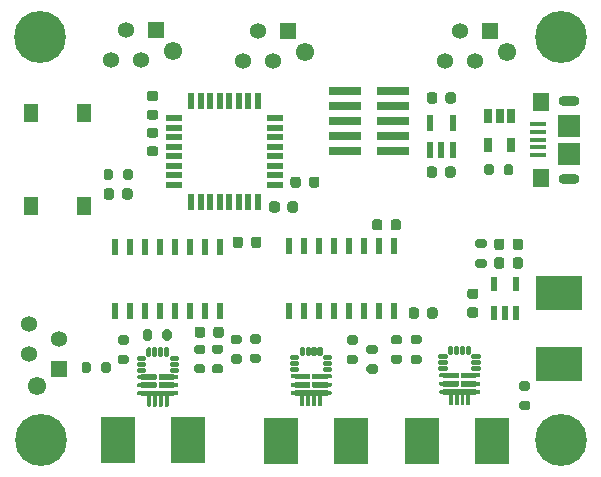
<source format=gts>
G04 #@! TF.GenerationSoftware,KiCad,Pcbnew,5.99.0+really5.1.10+dfsg1-1*
G04 #@! TF.CreationDate,2021-12-28T19:21:21+02:00*
G04 #@! TF.ProjectId,components_main_board,636f6d70-6f6e-4656-9e74-735f6d61696e,V0.1*
G04 #@! TF.SameCoordinates,Original*
G04 #@! TF.FileFunction,Soldermask,Top*
G04 #@! TF.FilePolarity,Negative*
%FSLAX46Y46*%
G04 Gerber Fmt 4.6, Leading zero omitted, Abs format (unit mm)*
G04 Created by KiCad (PCBNEW 5.99.0+really5.1.10+dfsg1-1) date 2021-12-28 19:21:21*
%MOMM*%
%LPD*%
G01*
G04 APERTURE LIST*
%ADD10C,0.100000*%
%ADD11O,1.800000X0.900000*%
%ADD12R,1.900000X1.900000*%
%ADD13R,1.400000X1.600000*%
%ADD14R,1.350000X0.400000*%
%ADD15R,0.533400X1.461700*%
%ADD16R,1.358900X0.500800*%
%ADD17R,0.500800X1.358900*%
%ADD18C,4.400000*%
%ADD19R,0.700001X1.150000*%
%ADD20R,2.790000X0.740000*%
%ADD21C,1.550000*%
%ADD22C,1.358000*%
%ADD23R,1.358000X1.358000*%
%ADD24R,3.000000X4.000000*%
%ADD25R,4.000000X3.000000*%
%ADD26R,0.580000X1.420000*%
%ADD27R,0.600000X1.250000*%
%ADD28R,1.300000X1.550000*%
G04 APERTURE END LIST*
D10*
G36*
X216732900Y-119803799D02*
G01*
X216632900Y-119703800D01*
X216632900Y-119553800D01*
X216732900Y-119453800D01*
X217232899Y-119453800D01*
X217332899Y-119553800D01*
X217332899Y-119703800D01*
X217232899Y-119803799D01*
X216732900Y-119803799D01*
G37*
X216732900Y-119803799D02*
X216632900Y-119703800D01*
X216632900Y-119553800D01*
X216732900Y-119453800D01*
X217232899Y-119453800D01*
X217332899Y-119553800D01*
X217332899Y-119703800D01*
X217232899Y-119803799D01*
X216732900Y-119803799D01*
G36*
X217232899Y-119953799D02*
G01*
X217332899Y-120053799D01*
X217332899Y-120203799D01*
X217232899Y-120303798D01*
X216732900Y-120303798D01*
X216632900Y-120203799D01*
X216632900Y-120053799D01*
X216732900Y-119953799D01*
X217232899Y-119953799D01*
G37*
X217232899Y-119953799D02*
X217332899Y-120053799D01*
X217332899Y-120203799D01*
X217232899Y-120303798D01*
X216732900Y-120303798D01*
X216632900Y-120203799D01*
X216632900Y-120053799D01*
X216732900Y-119953799D01*
X217232899Y-119953799D01*
G36*
X216732900Y-120453798D02*
G01*
X217232899Y-120453798D01*
X217332899Y-120553798D01*
X217332899Y-120703800D01*
X217232899Y-120803800D01*
X216732900Y-120803800D01*
X216632900Y-120703800D01*
X216632900Y-120553798D01*
X216732900Y-120453798D01*
G37*
X216732900Y-120453798D02*
X217232899Y-120453798D01*
X217332899Y-120553798D01*
X217332899Y-120703800D01*
X217232899Y-120803800D01*
X216732900Y-120803800D01*
X216632900Y-120703800D01*
X216632900Y-120553798D01*
X216732900Y-120453798D01*
G36*
X214532900Y-119553800D02*
G01*
X214532900Y-119703800D01*
X214432900Y-119803799D01*
X213932901Y-119803799D01*
X213832901Y-119703800D01*
X213832901Y-119553800D01*
X213932901Y-119453800D01*
X214432900Y-119453800D01*
X214532900Y-119553800D01*
G37*
X214532900Y-119553800D02*
X214532900Y-119703800D01*
X214432900Y-119803799D01*
X213932901Y-119803799D01*
X213832901Y-119703800D01*
X213832901Y-119553800D01*
X213932901Y-119453800D01*
X214432900Y-119453800D01*
X214532900Y-119553800D01*
G36*
X213832901Y-120053799D02*
G01*
X213932901Y-119953799D01*
X214432900Y-119953799D01*
X214532900Y-120053799D01*
X214532900Y-120203799D01*
X214432900Y-120303798D01*
X213932901Y-120303798D01*
X213832901Y-120203799D01*
X213832901Y-120053799D01*
G37*
X213832901Y-120053799D02*
X213932901Y-119953799D01*
X214432900Y-119953799D01*
X214532900Y-120053799D01*
X214532900Y-120203799D01*
X214432900Y-120303798D01*
X213932901Y-120303798D01*
X213832901Y-120203799D01*
X213832901Y-120053799D01*
G36*
X213932901Y-120453798D02*
G01*
X214432900Y-120453798D01*
X214532900Y-120553798D01*
X214532900Y-120703800D01*
X214432900Y-120803800D01*
X213932901Y-120803800D01*
X213832901Y-120703800D01*
X213832901Y-120553798D01*
X213932901Y-120453798D01*
G37*
X213932901Y-120453798D02*
X214432900Y-120453798D01*
X214532900Y-120553798D01*
X214532900Y-120703800D01*
X214432900Y-120803800D01*
X213932901Y-120803800D01*
X213832901Y-120703800D01*
X213832901Y-120553798D01*
X213932901Y-120453798D01*
G36*
X215007900Y-118853799D02*
G01*
X215007900Y-119353800D01*
X214907900Y-119453800D01*
X214757900Y-119453800D01*
X214657901Y-119353800D01*
X214657901Y-118853799D01*
X214757900Y-118753799D01*
X214907900Y-118753799D01*
X215007900Y-118853799D01*
G37*
X215007900Y-118853799D02*
X215007900Y-119353800D01*
X214907900Y-119453800D01*
X214757900Y-119453800D01*
X214657901Y-119353800D01*
X214657901Y-118853799D01*
X214757900Y-118753799D01*
X214907900Y-118753799D01*
X215007900Y-118853799D01*
G36*
X215157900Y-119353800D02*
G01*
X215157900Y-118853799D01*
X215257899Y-118753799D01*
X215407899Y-118753799D01*
X215507899Y-118853799D01*
X215507899Y-119353800D01*
X215407899Y-119453800D01*
X215257899Y-119453800D01*
X215157900Y-119353800D01*
G37*
X215157900Y-119353800D02*
X215157900Y-118853799D01*
X215257899Y-118753799D01*
X215407899Y-118753799D01*
X215507899Y-118853799D01*
X215507899Y-119353800D01*
X215407899Y-119453800D01*
X215257899Y-119453800D01*
X215157900Y-119353800D01*
G36*
X216007900Y-119353800D02*
G01*
X215907901Y-119453800D01*
X215757901Y-119453800D01*
X215657901Y-119353800D01*
X215657901Y-118853799D01*
X215757901Y-118753799D01*
X215907901Y-118753799D01*
X216007900Y-118853799D01*
X216007900Y-119353800D01*
G37*
X216007900Y-119353800D02*
X215907901Y-119453800D01*
X215757901Y-119453800D01*
X215657901Y-119353800D01*
X215657901Y-118853799D01*
X215757901Y-118753799D01*
X215907901Y-118753799D01*
X216007900Y-118853799D01*
X216007900Y-119353800D01*
G36*
X216157900Y-119353800D02*
G01*
X216157900Y-118853799D01*
X216257900Y-118753799D01*
X216407900Y-118753799D01*
X216507899Y-118853799D01*
X216507899Y-119353800D01*
X216407900Y-119453800D01*
X216257900Y-119453800D01*
X216157900Y-119353800D01*
G37*
X216157900Y-119353800D02*
X216157900Y-118853799D01*
X216257900Y-118753799D01*
X216407900Y-118753799D01*
X216507899Y-118853799D01*
X216507899Y-119353800D01*
X216407900Y-119453800D01*
X216257900Y-119453800D01*
X216157900Y-119353800D01*
G36*
X213882901Y-122678800D02*
G01*
X213882901Y-122528800D01*
X213932901Y-122478798D01*
X214232900Y-122478798D01*
X214232900Y-122403799D01*
X216932900Y-122403799D01*
X216932900Y-122478798D01*
X217232899Y-122478800D01*
X217282899Y-122528800D01*
X217282899Y-122678800D01*
X217232899Y-122728800D01*
X216932900Y-122728800D01*
X216932900Y-122803798D01*
X216457900Y-122803798D01*
X216457900Y-123653799D01*
X216407900Y-123703799D01*
X216257900Y-123703799D01*
X216207900Y-123653799D01*
X216207900Y-122803798D01*
X215957901Y-122803798D01*
X215957901Y-123653799D01*
X215907901Y-123703799D01*
X215757901Y-123703799D01*
X215707901Y-123653799D01*
X215707901Y-122803798D01*
X215457899Y-122803798D01*
X215457899Y-123653799D01*
X215407899Y-123703799D01*
X215257899Y-123703799D01*
X215207899Y-123653799D01*
X215207899Y-122803798D01*
X214957900Y-122803798D01*
X214957900Y-123653799D01*
X214907900Y-123703799D01*
X214757900Y-123703799D01*
X214707900Y-123653799D01*
X214707900Y-122803798D01*
X214232900Y-122803798D01*
X214232900Y-122728800D01*
X213932901Y-122728800D01*
X213882901Y-122678800D01*
G37*
X213882901Y-122678800D02*
X213882901Y-122528800D01*
X213932901Y-122478798D01*
X214232900Y-122478798D01*
X214232900Y-122403799D01*
X216932900Y-122403799D01*
X216932900Y-122478798D01*
X217232899Y-122478800D01*
X217282899Y-122528800D01*
X217282899Y-122678800D01*
X217232899Y-122728800D01*
X216932900Y-122728800D01*
X216932900Y-122803798D01*
X216457900Y-122803798D01*
X216457900Y-123653799D01*
X216407900Y-123703799D01*
X216257900Y-123703799D01*
X216207900Y-123653799D01*
X216207900Y-122803798D01*
X215957901Y-122803798D01*
X215957901Y-123653799D01*
X215907901Y-123703799D01*
X215757901Y-123703799D01*
X215707901Y-123653799D01*
X215707901Y-122803798D01*
X215457899Y-122803798D01*
X215457899Y-123653799D01*
X215407899Y-123703799D01*
X215257899Y-123703799D01*
X215207899Y-123653799D01*
X215207899Y-122803798D01*
X214957900Y-122803798D01*
X214957900Y-123653799D01*
X214907900Y-123703799D01*
X214757900Y-123703799D01*
X214707900Y-123653799D01*
X214707900Y-122803798D01*
X214232900Y-122803798D01*
X214232900Y-122728800D01*
X213932901Y-122728800D01*
X213882901Y-122678800D01*
G36*
X217282899Y-121828784D02*
G01*
X217282899Y-121978784D01*
X217232899Y-122028781D01*
X216932900Y-122028783D01*
X216932900Y-122103782D01*
X215757901Y-122103782D01*
X215707898Y-122053782D01*
X215707901Y-121753783D01*
X215757898Y-121703783D01*
X216932900Y-121703783D01*
X216932900Y-121778784D01*
X217232899Y-121778784D01*
X217282899Y-121828784D01*
G37*
X217282899Y-121828784D02*
X217282899Y-121978784D01*
X217232899Y-122028781D01*
X216932900Y-122028783D01*
X216932900Y-122103782D01*
X215757901Y-122103782D01*
X215707898Y-122053782D01*
X215707901Y-121753783D01*
X215757898Y-121703783D01*
X216932900Y-121703783D01*
X216932900Y-121778784D01*
X217232899Y-121778784D01*
X217282899Y-121828784D01*
G36*
X213882924Y-121978814D02*
G01*
X213882924Y-121828814D01*
X213932924Y-121778817D01*
X214232923Y-121778814D01*
X214232923Y-121703816D01*
X215407922Y-121703816D01*
X215457924Y-121753816D01*
X215457922Y-122053815D01*
X215407924Y-122103815D01*
X214232923Y-122103815D01*
X214232923Y-122028814D01*
X213932924Y-122028814D01*
X213882924Y-121978814D01*
G37*
X213882924Y-121978814D02*
X213882924Y-121828814D01*
X213932924Y-121778817D01*
X214232923Y-121778814D01*
X214232923Y-121703816D01*
X215407922Y-121703816D01*
X215457924Y-121753816D01*
X215457922Y-122053815D01*
X215407924Y-122103815D01*
X214232923Y-122103815D01*
X214232923Y-122028814D01*
X213932924Y-122028814D01*
X213882924Y-121978814D01*
G36*
X217282899Y-121278767D02*
G01*
X217232899Y-121328767D01*
X216932900Y-121328767D01*
X216932900Y-121403768D01*
X215757901Y-121403766D01*
X215707898Y-121353766D01*
X215707901Y-121053766D01*
X215757898Y-121003766D01*
X216932900Y-121003766D01*
X216932900Y-121078768D01*
X217232899Y-121078768D01*
X217282899Y-121128770D01*
X217282899Y-121278767D01*
G37*
X217282899Y-121278767D02*
X217232899Y-121328767D01*
X216932900Y-121328767D01*
X216932900Y-121403768D01*
X215757901Y-121403766D01*
X215707898Y-121353766D01*
X215707901Y-121053766D01*
X215757898Y-121003766D01*
X216932900Y-121003766D01*
X216932900Y-121078768D01*
X217232899Y-121078768D01*
X217282899Y-121128770D01*
X217282899Y-121278767D01*
G36*
X213882901Y-121128798D02*
G01*
X213932901Y-121078801D01*
X214232900Y-121078798D01*
X214232900Y-121003799D01*
X215407899Y-121003799D01*
X215457902Y-121053799D01*
X215457899Y-121353799D01*
X215407902Y-121403799D01*
X214232900Y-121403799D01*
X214232900Y-121328800D01*
X213932901Y-121328798D01*
X213882901Y-121278798D01*
X213882901Y-121128798D01*
G37*
X213882901Y-121128798D02*
X213932901Y-121078801D01*
X214232900Y-121078798D01*
X214232900Y-121003799D01*
X215407899Y-121003799D01*
X215457902Y-121053799D01*
X215457899Y-121353799D01*
X215407902Y-121403799D01*
X214232900Y-121403799D01*
X214232900Y-121328800D01*
X213932901Y-121328798D01*
X213882901Y-121278798D01*
X213882901Y-121128798D01*
G36*
X200901601Y-121172600D02*
G01*
X200951601Y-121122603D01*
X201251600Y-121122600D01*
X201251600Y-121047601D01*
X202426599Y-121047601D01*
X202476602Y-121097601D01*
X202476599Y-121397601D01*
X202426602Y-121447601D01*
X201251600Y-121447601D01*
X201251600Y-121372602D01*
X200951601Y-121372600D01*
X200901601Y-121322600D01*
X200901601Y-121172600D01*
G37*
X200901601Y-121172600D02*
X200951601Y-121122603D01*
X201251600Y-121122600D01*
X201251600Y-121047601D01*
X202426599Y-121047601D01*
X202476602Y-121097601D01*
X202476599Y-121397601D01*
X202426602Y-121447601D01*
X201251600Y-121447601D01*
X201251600Y-121372602D01*
X200951601Y-121372600D01*
X200901601Y-121322600D01*
X200901601Y-121172600D01*
G36*
X204301599Y-121322569D02*
G01*
X204251599Y-121372569D01*
X203951600Y-121372569D01*
X203951600Y-121447570D01*
X202776601Y-121447568D01*
X202726598Y-121397568D01*
X202726601Y-121097568D01*
X202776598Y-121047568D01*
X203951600Y-121047568D01*
X203951600Y-121122570D01*
X204251599Y-121122570D01*
X204301599Y-121172572D01*
X204301599Y-121322569D01*
G37*
X204301599Y-121322569D02*
X204251599Y-121372569D01*
X203951600Y-121372569D01*
X203951600Y-121447570D01*
X202776601Y-121447568D01*
X202726598Y-121397568D01*
X202726601Y-121097568D01*
X202776598Y-121047568D01*
X203951600Y-121047568D01*
X203951600Y-121122570D01*
X204251599Y-121122570D01*
X204301599Y-121172572D01*
X204301599Y-121322569D01*
G36*
X200901624Y-122022616D02*
G01*
X200901624Y-121872616D01*
X200951624Y-121822619D01*
X201251623Y-121822616D01*
X201251623Y-121747618D01*
X202426622Y-121747618D01*
X202476624Y-121797618D01*
X202476622Y-122097617D01*
X202426624Y-122147617D01*
X201251623Y-122147617D01*
X201251623Y-122072616D01*
X200951624Y-122072616D01*
X200901624Y-122022616D01*
G37*
X200901624Y-122022616D02*
X200901624Y-121872616D01*
X200951624Y-121822619D01*
X201251623Y-121822616D01*
X201251623Y-121747618D01*
X202426622Y-121747618D01*
X202476624Y-121797618D01*
X202476622Y-122097617D01*
X202426624Y-122147617D01*
X201251623Y-122147617D01*
X201251623Y-122072616D01*
X200951624Y-122072616D01*
X200901624Y-122022616D01*
G36*
X204301599Y-121872586D02*
G01*
X204301599Y-122022586D01*
X204251599Y-122072583D01*
X203951600Y-122072585D01*
X203951600Y-122147584D01*
X202776601Y-122147584D01*
X202726598Y-122097584D01*
X202726601Y-121797585D01*
X202776598Y-121747585D01*
X203951600Y-121747585D01*
X203951600Y-121822586D01*
X204251599Y-121822586D01*
X204301599Y-121872586D01*
G37*
X204301599Y-121872586D02*
X204301599Y-122022586D01*
X204251599Y-122072583D01*
X203951600Y-122072585D01*
X203951600Y-122147584D01*
X202776601Y-122147584D01*
X202726598Y-122097584D01*
X202726601Y-121797585D01*
X202776598Y-121747585D01*
X203951600Y-121747585D01*
X203951600Y-121822586D01*
X204251599Y-121822586D01*
X204301599Y-121872586D01*
G36*
X200901601Y-122722602D02*
G01*
X200901601Y-122572602D01*
X200951601Y-122522600D01*
X201251600Y-122522600D01*
X201251600Y-122447601D01*
X203951600Y-122447601D01*
X203951600Y-122522600D01*
X204251599Y-122522602D01*
X204301599Y-122572602D01*
X204301599Y-122722602D01*
X204251599Y-122772602D01*
X203951600Y-122772602D01*
X203951600Y-122847600D01*
X203476600Y-122847600D01*
X203476600Y-123697601D01*
X203426600Y-123747601D01*
X203276600Y-123747601D01*
X203226600Y-123697601D01*
X203226600Y-122847600D01*
X202976601Y-122847600D01*
X202976601Y-123697601D01*
X202926601Y-123747601D01*
X202776601Y-123747601D01*
X202726601Y-123697601D01*
X202726601Y-122847600D01*
X202476599Y-122847600D01*
X202476599Y-123697601D01*
X202426599Y-123747601D01*
X202276599Y-123747601D01*
X202226599Y-123697601D01*
X202226599Y-122847600D01*
X201976600Y-122847600D01*
X201976600Y-123697601D01*
X201926600Y-123747601D01*
X201776600Y-123747601D01*
X201726600Y-123697601D01*
X201726600Y-122847600D01*
X201251600Y-122847600D01*
X201251600Y-122772602D01*
X200951601Y-122772602D01*
X200901601Y-122722602D01*
G37*
X200901601Y-122722602D02*
X200901601Y-122572602D01*
X200951601Y-122522600D01*
X201251600Y-122522600D01*
X201251600Y-122447601D01*
X203951600Y-122447601D01*
X203951600Y-122522600D01*
X204251599Y-122522602D01*
X204301599Y-122572602D01*
X204301599Y-122722602D01*
X204251599Y-122772602D01*
X203951600Y-122772602D01*
X203951600Y-122847600D01*
X203476600Y-122847600D01*
X203476600Y-123697601D01*
X203426600Y-123747601D01*
X203276600Y-123747601D01*
X203226600Y-123697601D01*
X203226600Y-122847600D01*
X202976601Y-122847600D01*
X202976601Y-123697601D01*
X202926601Y-123747601D01*
X202776601Y-123747601D01*
X202726601Y-123697601D01*
X202726601Y-122847600D01*
X202476599Y-122847600D01*
X202476599Y-123697601D01*
X202426599Y-123747601D01*
X202276599Y-123747601D01*
X202226599Y-123697601D01*
X202226599Y-122847600D01*
X201976600Y-122847600D01*
X201976600Y-123697601D01*
X201926600Y-123747601D01*
X201776600Y-123747601D01*
X201726600Y-123697601D01*
X201726600Y-122847600D01*
X201251600Y-122847600D01*
X201251600Y-122772602D01*
X200951601Y-122772602D01*
X200901601Y-122722602D01*
G36*
X203176600Y-119397602D02*
G01*
X203176600Y-118897601D01*
X203276600Y-118797601D01*
X203426600Y-118797601D01*
X203526599Y-118897601D01*
X203526599Y-119397602D01*
X203426600Y-119497602D01*
X203276600Y-119497602D01*
X203176600Y-119397602D01*
G37*
X203176600Y-119397602D02*
X203176600Y-118897601D01*
X203276600Y-118797601D01*
X203426600Y-118797601D01*
X203526599Y-118897601D01*
X203526599Y-119397602D01*
X203426600Y-119497602D01*
X203276600Y-119497602D01*
X203176600Y-119397602D01*
G36*
X203026600Y-119397602D02*
G01*
X202926601Y-119497602D01*
X202776601Y-119497602D01*
X202676601Y-119397602D01*
X202676601Y-118897601D01*
X202776601Y-118797601D01*
X202926601Y-118797601D01*
X203026600Y-118897601D01*
X203026600Y-119397602D01*
G37*
X203026600Y-119397602D02*
X202926601Y-119497602D01*
X202776601Y-119497602D01*
X202676601Y-119397602D01*
X202676601Y-118897601D01*
X202776601Y-118797601D01*
X202926601Y-118797601D01*
X203026600Y-118897601D01*
X203026600Y-119397602D01*
G36*
X202176600Y-119397602D02*
G01*
X202176600Y-118897601D01*
X202276599Y-118797601D01*
X202426599Y-118797601D01*
X202526599Y-118897601D01*
X202526599Y-119397602D01*
X202426599Y-119497602D01*
X202276599Y-119497602D01*
X202176600Y-119397602D01*
G37*
X202176600Y-119397602D02*
X202176600Y-118897601D01*
X202276599Y-118797601D01*
X202426599Y-118797601D01*
X202526599Y-118897601D01*
X202526599Y-119397602D01*
X202426599Y-119497602D01*
X202276599Y-119497602D01*
X202176600Y-119397602D01*
G36*
X202026600Y-118897601D02*
G01*
X202026600Y-119397602D01*
X201926600Y-119497602D01*
X201776600Y-119497602D01*
X201676601Y-119397602D01*
X201676601Y-118897601D01*
X201776600Y-118797601D01*
X201926600Y-118797601D01*
X202026600Y-118897601D01*
G37*
X202026600Y-118897601D02*
X202026600Y-119397602D01*
X201926600Y-119497602D01*
X201776600Y-119497602D01*
X201676601Y-119397602D01*
X201676601Y-118897601D01*
X201776600Y-118797601D01*
X201926600Y-118797601D01*
X202026600Y-118897601D01*
G36*
X200951601Y-120497600D02*
G01*
X201451600Y-120497600D01*
X201551600Y-120597600D01*
X201551600Y-120747602D01*
X201451600Y-120847602D01*
X200951601Y-120847602D01*
X200851601Y-120747602D01*
X200851601Y-120597600D01*
X200951601Y-120497600D01*
G37*
X200951601Y-120497600D02*
X201451600Y-120497600D01*
X201551600Y-120597600D01*
X201551600Y-120747602D01*
X201451600Y-120847602D01*
X200951601Y-120847602D01*
X200851601Y-120747602D01*
X200851601Y-120597600D01*
X200951601Y-120497600D01*
G36*
X200851601Y-120097601D02*
G01*
X200951601Y-119997601D01*
X201451600Y-119997601D01*
X201551600Y-120097601D01*
X201551600Y-120247601D01*
X201451600Y-120347600D01*
X200951601Y-120347600D01*
X200851601Y-120247601D01*
X200851601Y-120097601D01*
G37*
X200851601Y-120097601D02*
X200951601Y-119997601D01*
X201451600Y-119997601D01*
X201551600Y-120097601D01*
X201551600Y-120247601D01*
X201451600Y-120347600D01*
X200951601Y-120347600D01*
X200851601Y-120247601D01*
X200851601Y-120097601D01*
G36*
X201551600Y-119597602D02*
G01*
X201551600Y-119747602D01*
X201451600Y-119847601D01*
X200951601Y-119847601D01*
X200851601Y-119747602D01*
X200851601Y-119597602D01*
X200951601Y-119497602D01*
X201451600Y-119497602D01*
X201551600Y-119597602D01*
G37*
X201551600Y-119597602D02*
X201551600Y-119747602D01*
X201451600Y-119847601D01*
X200951601Y-119847601D01*
X200851601Y-119747602D01*
X200851601Y-119597602D01*
X200951601Y-119497602D01*
X201451600Y-119497602D01*
X201551600Y-119597602D01*
G36*
X203751600Y-120497600D02*
G01*
X204251599Y-120497600D01*
X204351599Y-120597600D01*
X204351599Y-120747602D01*
X204251599Y-120847602D01*
X203751600Y-120847602D01*
X203651600Y-120747602D01*
X203651600Y-120597600D01*
X203751600Y-120497600D01*
G37*
X203751600Y-120497600D02*
X204251599Y-120497600D01*
X204351599Y-120597600D01*
X204351599Y-120747602D01*
X204251599Y-120847602D01*
X203751600Y-120847602D01*
X203651600Y-120747602D01*
X203651600Y-120597600D01*
X203751600Y-120497600D01*
G36*
X204251599Y-119997601D02*
G01*
X204351599Y-120097601D01*
X204351599Y-120247601D01*
X204251599Y-120347600D01*
X203751600Y-120347600D01*
X203651600Y-120247601D01*
X203651600Y-120097601D01*
X203751600Y-119997601D01*
X204251599Y-119997601D01*
G37*
X204251599Y-119997601D02*
X204351599Y-120097601D01*
X204351599Y-120247601D01*
X204251599Y-120347600D01*
X203751600Y-120347600D01*
X203651600Y-120247601D01*
X203651600Y-120097601D01*
X203751600Y-119997601D01*
X204251599Y-119997601D01*
G36*
X203751600Y-119847601D02*
G01*
X203651600Y-119747602D01*
X203651600Y-119597602D01*
X203751600Y-119497602D01*
X204251599Y-119497602D01*
X204351599Y-119597602D01*
X204351599Y-119747602D01*
X204251599Y-119847601D01*
X203751600Y-119847601D01*
G37*
X203751600Y-119847601D02*
X203651600Y-119747602D01*
X203651600Y-119597602D01*
X203751600Y-119497602D01*
X204251599Y-119497602D01*
X204351599Y-119597602D01*
X204351599Y-119747602D01*
X204251599Y-119847601D01*
X203751600Y-119847601D01*
G36*
X229304000Y-119717200D02*
G01*
X229204000Y-119617201D01*
X229204000Y-119467201D01*
X229304000Y-119367201D01*
X229803999Y-119367201D01*
X229903999Y-119467201D01*
X229903999Y-119617201D01*
X229803999Y-119717200D01*
X229304000Y-119717200D01*
G37*
X229304000Y-119717200D02*
X229204000Y-119617201D01*
X229204000Y-119467201D01*
X229304000Y-119367201D01*
X229803999Y-119367201D01*
X229903999Y-119467201D01*
X229903999Y-119617201D01*
X229803999Y-119717200D01*
X229304000Y-119717200D01*
G36*
X229803999Y-119867200D02*
G01*
X229903999Y-119967200D01*
X229903999Y-120117200D01*
X229803999Y-120217199D01*
X229304000Y-120217199D01*
X229204000Y-120117200D01*
X229204000Y-119967200D01*
X229304000Y-119867200D01*
X229803999Y-119867200D01*
G37*
X229803999Y-119867200D02*
X229903999Y-119967200D01*
X229903999Y-120117200D01*
X229803999Y-120217199D01*
X229304000Y-120217199D01*
X229204000Y-120117200D01*
X229204000Y-119967200D01*
X229304000Y-119867200D01*
X229803999Y-119867200D01*
G36*
X229304000Y-120367199D02*
G01*
X229803999Y-120367199D01*
X229903999Y-120467199D01*
X229903999Y-120617201D01*
X229803999Y-120717201D01*
X229304000Y-120717201D01*
X229204000Y-120617201D01*
X229204000Y-120467199D01*
X229304000Y-120367199D01*
G37*
X229304000Y-120367199D02*
X229803999Y-120367199D01*
X229903999Y-120467199D01*
X229903999Y-120617201D01*
X229803999Y-120717201D01*
X229304000Y-120717201D01*
X229204000Y-120617201D01*
X229204000Y-120467199D01*
X229304000Y-120367199D01*
G36*
X227104000Y-119467201D02*
G01*
X227104000Y-119617201D01*
X227004000Y-119717200D01*
X226504001Y-119717200D01*
X226404001Y-119617201D01*
X226404001Y-119467201D01*
X226504001Y-119367201D01*
X227004000Y-119367201D01*
X227104000Y-119467201D01*
G37*
X227104000Y-119467201D02*
X227104000Y-119617201D01*
X227004000Y-119717200D01*
X226504001Y-119717200D01*
X226404001Y-119617201D01*
X226404001Y-119467201D01*
X226504001Y-119367201D01*
X227004000Y-119367201D01*
X227104000Y-119467201D01*
G36*
X226404001Y-119967200D02*
G01*
X226504001Y-119867200D01*
X227004000Y-119867200D01*
X227104000Y-119967200D01*
X227104000Y-120117200D01*
X227004000Y-120217199D01*
X226504001Y-120217199D01*
X226404001Y-120117200D01*
X226404001Y-119967200D01*
G37*
X226404001Y-119967200D02*
X226504001Y-119867200D01*
X227004000Y-119867200D01*
X227104000Y-119967200D01*
X227104000Y-120117200D01*
X227004000Y-120217199D01*
X226504001Y-120217199D01*
X226404001Y-120117200D01*
X226404001Y-119967200D01*
G36*
X226504001Y-120367199D02*
G01*
X227004000Y-120367199D01*
X227104000Y-120467199D01*
X227104000Y-120617201D01*
X227004000Y-120717201D01*
X226504001Y-120717201D01*
X226404001Y-120617201D01*
X226404001Y-120467199D01*
X226504001Y-120367199D01*
G37*
X226504001Y-120367199D02*
X227004000Y-120367199D01*
X227104000Y-120467199D01*
X227104000Y-120617201D01*
X227004000Y-120717201D01*
X226504001Y-120717201D01*
X226404001Y-120617201D01*
X226404001Y-120467199D01*
X226504001Y-120367199D01*
G36*
X227579000Y-118767200D02*
G01*
X227579000Y-119267201D01*
X227479000Y-119367201D01*
X227329000Y-119367201D01*
X227229001Y-119267201D01*
X227229001Y-118767200D01*
X227329000Y-118667200D01*
X227479000Y-118667200D01*
X227579000Y-118767200D01*
G37*
X227579000Y-118767200D02*
X227579000Y-119267201D01*
X227479000Y-119367201D01*
X227329000Y-119367201D01*
X227229001Y-119267201D01*
X227229001Y-118767200D01*
X227329000Y-118667200D01*
X227479000Y-118667200D01*
X227579000Y-118767200D01*
G36*
X227729000Y-119267201D02*
G01*
X227729000Y-118767200D01*
X227828999Y-118667200D01*
X227978999Y-118667200D01*
X228078999Y-118767200D01*
X228078999Y-119267201D01*
X227978999Y-119367201D01*
X227828999Y-119367201D01*
X227729000Y-119267201D01*
G37*
X227729000Y-119267201D02*
X227729000Y-118767200D01*
X227828999Y-118667200D01*
X227978999Y-118667200D01*
X228078999Y-118767200D01*
X228078999Y-119267201D01*
X227978999Y-119367201D01*
X227828999Y-119367201D01*
X227729000Y-119267201D01*
G36*
X228579000Y-119267201D02*
G01*
X228479001Y-119367201D01*
X228329001Y-119367201D01*
X228229001Y-119267201D01*
X228229001Y-118767200D01*
X228329001Y-118667200D01*
X228479001Y-118667200D01*
X228579000Y-118767200D01*
X228579000Y-119267201D01*
G37*
X228579000Y-119267201D02*
X228479001Y-119367201D01*
X228329001Y-119367201D01*
X228229001Y-119267201D01*
X228229001Y-118767200D01*
X228329001Y-118667200D01*
X228479001Y-118667200D01*
X228579000Y-118767200D01*
X228579000Y-119267201D01*
G36*
X228729000Y-119267201D02*
G01*
X228729000Y-118767200D01*
X228829000Y-118667200D01*
X228979000Y-118667200D01*
X229078999Y-118767200D01*
X229078999Y-119267201D01*
X228979000Y-119367201D01*
X228829000Y-119367201D01*
X228729000Y-119267201D01*
G37*
X228729000Y-119267201D02*
X228729000Y-118767200D01*
X228829000Y-118667200D01*
X228979000Y-118667200D01*
X229078999Y-118767200D01*
X229078999Y-119267201D01*
X228979000Y-119367201D01*
X228829000Y-119367201D01*
X228729000Y-119267201D01*
G36*
X226454001Y-122592201D02*
G01*
X226454001Y-122442201D01*
X226504001Y-122392199D01*
X226804000Y-122392199D01*
X226804000Y-122317200D01*
X229504000Y-122317200D01*
X229504000Y-122392199D01*
X229803999Y-122392201D01*
X229853999Y-122442201D01*
X229853999Y-122592201D01*
X229803999Y-122642201D01*
X229504000Y-122642201D01*
X229504000Y-122717199D01*
X229029000Y-122717199D01*
X229029000Y-123567200D01*
X228979000Y-123617200D01*
X228829000Y-123617200D01*
X228779000Y-123567200D01*
X228779000Y-122717199D01*
X228529001Y-122717199D01*
X228529001Y-123567200D01*
X228479001Y-123617200D01*
X228329001Y-123617200D01*
X228279001Y-123567200D01*
X228279001Y-122717199D01*
X228028999Y-122717199D01*
X228028999Y-123567200D01*
X227978999Y-123617200D01*
X227828999Y-123617200D01*
X227778999Y-123567200D01*
X227778999Y-122717199D01*
X227529000Y-122717199D01*
X227529000Y-123567200D01*
X227479000Y-123617200D01*
X227329000Y-123617200D01*
X227279000Y-123567200D01*
X227279000Y-122717199D01*
X226804000Y-122717199D01*
X226804000Y-122642201D01*
X226504001Y-122642201D01*
X226454001Y-122592201D01*
G37*
X226454001Y-122592201D02*
X226454001Y-122442201D01*
X226504001Y-122392199D01*
X226804000Y-122392199D01*
X226804000Y-122317200D01*
X229504000Y-122317200D01*
X229504000Y-122392199D01*
X229803999Y-122392201D01*
X229853999Y-122442201D01*
X229853999Y-122592201D01*
X229803999Y-122642201D01*
X229504000Y-122642201D01*
X229504000Y-122717199D01*
X229029000Y-122717199D01*
X229029000Y-123567200D01*
X228979000Y-123617200D01*
X228829000Y-123617200D01*
X228779000Y-123567200D01*
X228779000Y-122717199D01*
X228529001Y-122717199D01*
X228529001Y-123567200D01*
X228479001Y-123617200D01*
X228329001Y-123617200D01*
X228279001Y-123567200D01*
X228279001Y-122717199D01*
X228028999Y-122717199D01*
X228028999Y-123567200D01*
X227978999Y-123617200D01*
X227828999Y-123617200D01*
X227778999Y-123567200D01*
X227778999Y-122717199D01*
X227529000Y-122717199D01*
X227529000Y-123567200D01*
X227479000Y-123617200D01*
X227329000Y-123617200D01*
X227279000Y-123567200D01*
X227279000Y-122717199D01*
X226804000Y-122717199D01*
X226804000Y-122642201D01*
X226504001Y-122642201D01*
X226454001Y-122592201D01*
G36*
X229853999Y-121742185D02*
G01*
X229853999Y-121892185D01*
X229803999Y-121942182D01*
X229504000Y-121942184D01*
X229504000Y-122017183D01*
X228329001Y-122017183D01*
X228278998Y-121967183D01*
X228279001Y-121667184D01*
X228328998Y-121617184D01*
X229504000Y-121617184D01*
X229504000Y-121692185D01*
X229803999Y-121692185D01*
X229853999Y-121742185D01*
G37*
X229853999Y-121742185D02*
X229853999Y-121892185D01*
X229803999Y-121942182D01*
X229504000Y-121942184D01*
X229504000Y-122017183D01*
X228329001Y-122017183D01*
X228278998Y-121967183D01*
X228279001Y-121667184D01*
X228328998Y-121617184D01*
X229504000Y-121617184D01*
X229504000Y-121692185D01*
X229803999Y-121692185D01*
X229853999Y-121742185D01*
G36*
X226454024Y-121892215D02*
G01*
X226454024Y-121742215D01*
X226504024Y-121692218D01*
X226804023Y-121692215D01*
X226804023Y-121617217D01*
X227979022Y-121617217D01*
X228029024Y-121667217D01*
X228029022Y-121967216D01*
X227979024Y-122017216D01*
X226804023Y-122017216D01*
X226804023Y-121942215D01*
X226504024Y-121942215D01*
X226454024Y-121892215D01*
G37*
X226454024Y-121892215D02*
X226454024Y-121742215D01*
X226504024Y-121692218D01*
X226804023Y-121692215D01*
X226804023Y-121617217D01*
X227979022Y-121617217D01*
X228029024Y-121667217D01*
X228029022Y-121967216D01*
X227979024Y-122017216D01*
X226804023Y-122017216D01*
X226804023Y-121942215D01*
X226504024Y-121942215D01*
X226454024Y-121892215D01*
G36*
X229853999Y-121192168D02*
G01*
X229803999Y-121242168D01*
X229504000Y-121242168D01*
X229504000Y-121317169D01*
X228329001Y-121317167D01*
X228278998Y-121267167D01*
X228279001Y-120967167D01*
X228328998Y-120917167D01*
X229504000Y-120917167D01*
X229504000Y-120992169D01*
X229803999Y-120992169D01*
X229853999Y-121042171D01*
X229853999Y-121192168D01*
G37*
X229853999Y-121192168D02*
X229803999Y-121242168D01*
X229504000Y-121242168D01*
X229504000Y-121317169D01*
X228329001Y-121317167D01*
X228278998Y-121267167D01*
X228279001Y-120967167D01*
X228328998Y-120917167D01*
X229504000Y-120917167D01*
X229504000Y-120992169D01*
X229803999Y-120992169D01*
X229853999Y-121042171D01*
X229853999Y-121192168D01*
G36*
X226454001Y-121042199D02*
G01*
X226504001Y-120992202D01*
X226804000Y-120992199D01*
X226804000Y-120917200D01*
X227978999Y-120917200D01*
X228029002Y-120967200D01*
X228028999Y-121267200D01*
X227979002Y-121317200D01*
X226804000Y-121317200D01*
X226804000Y-121242201D01*
X226504001Y-121242199D01*
X226454001Y-121192199D01*
X226454001Y-121042199D01*
G37*
X226454001Y-121042199D02*
X226504001Y-120992202D01*
X226804000Y-120992199D01*
X226804000Y-120917200D01*
X227978999Y-120917200D01*
X228029002Y-120967200D01*
X228028999Y-121267200D01*
X227979002Y-121317200D01*
X226804000Y-121317200D01*
X226804000Y-121242201D01*
X226504001Y-121242199D01*
X226454001Y-121192199D01*
X226454001Y-121042199D01*
G36*
G01*
X213625000Y-107150000D02*
X213625000Y-106650000D01*
G75*
G02*
X213850000Y-106425000I225000J0D01*
G01*
X214300000Y-106425000D01*
G75*
G02*
X214525000Y-106650000I0J-225000D01*
G01*
X214525000Y-107150000D01*
G75*
G02*
X214300000Y-107375000I-225000J0D01*
G01*
X213850000Y-107375000D01*
G75*
G02*
X213625000Y-107150000I0J225000D01*
G01*
G37*
G36*
G01*
X212075000Y-107150000D02*
X212075000Y-106650000D01*
G75*
G02*
X212300000Y-106425000I225000J0D01*
G01*
X212750000Y-106425000D01*
G75*
G02*
X212975000Y-106650000I0J-225000D01*
G01*
X212975000Y-107150000D01*
G75*
G02*
X212750000Y-107375000I-225000J0D01*
G01*
X212300000Y-107375000D01*
G75*
G02*
X212075000Y-107150000I0J225000D01*
G01*
G37*
D11*
X237501200Y-97909000D03*
X237501200Y-104509000D03*
D12*
X237501200Y-100009000D03*
X237501200Y-102409000D03*
D13*
X235051200Y-98009000D03*
X235051200Y-104409000D03*
D14*
X234826200Y-99909000D03*
X234826200Y-100559000D03*
X234826200Y-101209000D03*
X234826200Y-101859000D03*
X234826200Y-102509000D03*
D15*
X207935600Y-110289048D03*
X206665600Y-110289048D03*
X205395600Y-110289048D03*
X204125600Y-110289048D03*
X202855600Y-110289048D03*
X201585600Y-110289048D03*
X200315600Y-110289048D03*
X199045600Y-110289048D03*
X199045600Y-115738552D03*
X200315600Y-115738552D03*
X201585600Y-115738552D03*
X202855600Y-115738552D03*
X204125600Y-115738552D03*
X205395600Y-115738552D03*
X206665600Y-115738552D03*
X207935600Y-115738552D03*
D16*
X204026450Y-99400001D03*
X204026450Y-100199999D03*
X204026450Y-101000000D03*
X204026450Y-101800001D03*
X204026450Y-102599999D03*
X204026450Y-103400000D03*
X204026450Y-104199999D03*
X204026450Y-104999999D03*
D17*
X205500001Y-106473550D03*
X206299999Y-106473550D03*
X207100000Y-106473550D03*
X207900001Y-106473550D03*
X208699999Y-106473550D03*
X209500000Y-106473550D03*
X210299999Y-106473550D03*
X211099999Y-106473550D03*
D16*
X212573550Y-104999999D03*
X212573550Y-104200001D03*
X212573550Y-103400000D03*
X212573550Y-102599999D03*
X212573550Y-101800001D03*
X212573550Y-101000000D03*
X212573550Y-100200001D03*
X212573550Y-99400001D03*
D17*
X211099999Y-97926450D03*
X210300001Y-97926450D03*
X209500000Y-97926450D03*
X208699999Y-97926450D03*
X207900001Y-97926450D03*
X207100000Y-97926450D03*
X206300001Y-97926450D03*
X205500001Y-97926450D03*
D18*
X192800000Y-126600000D03*
X236800000Y-126600000D03*
X236800000Y-92500000D03*
X192700000Y-92500000D03*
D19*
X232533001Y-99165001D03*
X231583001Y-99165001D03*
X230633002Y-99165001D03*
X230633002Y-101615001D03*
X232533001Y-101615001D03*
D20*
X218465000Y-100870000D03*
X222535000Y-100870000D03*
X218465000Y-102140000D03*
X222535000Y-102140000D03*
X218465000Y-97060000D03*
X222535000Y-97060000D03*
X218465000Y-98330000D03*
X222535000Y-98330000D03*
X218465000Y-99600000D03*
X222535000Y-99600000D03*
D21*
X192445000Y-122033800D03*
D22*
X191705000Y-116823800D03*
X194245000Y-118093800D03*
X191705000Y-119363800D03*
D23*
X194245000Y-120633800D03*
X202500000Y-91900000D03*
D22*
X201230000Y-94440000D03*
X199960000Y-91900000D03*
X198690000Y-94440000D03*
D21*
X203900000Y-93700000D03*
X215100000Y-93786000D03*
D22*
X209890000Y-94526000D03*
X211160000Y-91986000D03*
X212430000Y-94526000D03*
D23*
X213700000Y-91986000D03*
D21*
X232200000Y-93800000D03*
D22*
X226990000Y-94540000D03*
X228260000Y-92000000D03*
X229530000Y-94540000D03*
D23*
X230800000Y-92000000D03*
D24*
X219035400Y-126729800D03*
X213065400Y-126729800D03*
X205246000Y-126594800D03*
X199276000Y-126594800D03*
X230973400Y-126704400D03*
X225003400Y-126704400D03*
D25*
X236620200Y-120179400D03*
X236620200Y-114209400D03*
D26*
X225705400Y-99778400D03*
X227605400Y-99778400D03*
X227605400Y-102068400D03*
X226655400Y-102068400D03*
X225705400Y-102068400D03*
G36*
G01*
X198932200Y-105545550D02*
X198932200Y-106058050D01*
G75*
G02*
X198713450Y-106276800I-218750J0D01*
G01*
X198275950Y-106276800D01*
G75*
G02*
X198057200Y-106058050I0J218750D01*
G01*
X198057200Y-105545550D01*
G75*
G02*
X198275950Y-105326800I218750J0D01*
G01*
X198713450Y-105326800D01*
G75*
G02*
X198932200Y-105545550I0J-218750D01*
G01*
G37*
G36*
G01*
X200507200Y-105545550D02*
X200507200Y-106058050D01*
G75*
G02*
X200288450Y-106276800I-218750J0D01*
G01*
X199850950Y-106276800D01*
G75*
G02*
X199632200Y-106058050I0J218750D01*
G01*
X199632200Y-105545550D01*
G75*
G02*
X199850950Y-105326800I218750J0D01*
G01*
X200288450Y-105326800D01*
G75*
G02*
X200507200Y-105545550I0J-218750D01*
G01*
G37*
G36*
G01*
X231995000Y-109811150D02*
X231995000Y-110323650D01*
G75*
G02*
X231776250Y-110542400I-218750J0D01*
G01*
X231338750Y-110542400D01*
G75*
G02*
X231120000Y-110323650I0J218750D01*
G01*
X231120000Y-109811150D01*
G75*
G02*
X231338750Y-109592400I218750J0D01*
G01*
X231776250Y-109592400D01*
G75*
G02*
X231995000Y-109811150I0J-218750D01*
G01*
G37*
G36*
G01*
X233570000Y-109811150D02*
X233570000Y-110323650D01*
G75*
G02*
X233351250Y-110542400I-218750J0D01*
G01*
X232913750Y-110542400D01*
G75*
G02*
X232695000Y-110323650I0J218750D01*
G01*
X232695000Y-109811150D01*
G75*
G02*
X232913750Y-109592400I218750J0D01*
G01*
X233351250Y-109592400D01*
G75*
G02*
X233570000Y-109811150I0J-218750D01*
G01*
G37*
G36*
G01*
X233441600Y-123307200D02*
X233991600Y-123307200D01*
G75*
G02*
X234191600Y-123507200I0J-200000D01*
G01*
X234191600Y-123907200D01*
G75*
G02*
X233991600Y-124107200I-200000J0D01*
G01*
X233441600Y-124107200D01*
G75*
G02*
X233241600Y-123907200I0J200000D01*
G01*
X233241600Y-123507200D01*
G75*
G02*
X233441600Y-123307200I200000J0D01*
G01*
G37*
G36*
G01*
X233441600Y-121657200D02*
X233991600Y-121657200D01*
G75*
G02*
X234191600Y-121857200I0J-200000D01*
G01*
X234191600Y-122257200D01*
G75*
G02*
X233991600Y-122457200I-200000J0D01*
G01*
X233441600Y-122457200D01*
G75*
G02*
X233241600Y-122257200I0J200000D01*
G01*
X233241600Y-121857200D01*
G75*
G02*
X233441600Y-121657200I200000J0D01*
G01*
G37*
G36*
G01*
X229733200Y-111266600D02*
X230283200Y-111266600D01*
G75*
G02*
X230483200Y-111466600I0J-200000D01*
G01*
X230483200Y-111866600D01*
G75*
G02*
X230283200Y-112066600I-200000J0D01*
G01*
X229733200Y-112066600D01*
G75*
G02*
X229533200Y-111866600I0J200000D01*
G01*
X229533200Y-111466600D01*
G75*
G02*
X229733200Y-111266600I200000J0D01*
G01*
G37*
G36*
G01*
X229733200Y-109616600D02*
X230283200Y-109616600D01*
G75*
G02*
X230483200Y-109816600I0J-200000D01*
G01*
X230483200Y-110216600D01*
G75*
G02*
X230283200Y-110416600I-200000J0D01*
G01*
X229733200Y-110416600D01*
G75*
G02*
X229533200Y-110216600I0J200000D01*
G01*
X229533200Y-109816600D01*
G75*
G02*
X229733200Y-109616600I200000J0D01*
G01*
G37*
G36*
G01*
X198857200Y-103875800D02*
X198857200Y-104425800D01*
G75*
G02*
X198657200Y-104625800I-200000J0D01*
G01*
X198257200Y-104625800D01*
G75*
G02*
X198057200Y-104425800I0J200000D01*
G01*
X198057200Y-103875800D01*
G75*
G02*
X198257200Y-103675800I200000J0D01*
G01*
X198657200Y-103675800D01*
G75*
G02*
X198857200Y-103875800I0J-200000D01*
G01*
G37*
G36*
G01*
X200507200Y-103875800D02*
X200507200Y-104425800D01*
G75*
G02*
X200307200Y-104625800I-200000J0D01*
G01*
X199907200Y-104625800D01*
G75*
G02*
X199707200Y-104425800I0J200000D01*
G01*
X199707200Y-103875800D01*
G75*
G02*
X199907200Y-103675800I200000J0D01*
G01*
X200307200Y-103675800D01*
G75*
G02*
X200507200Y-103875800I0J-200000D01*
G01*
G37*
G36*
G01*
X219386600Y-118571000D02*
X218836600Y-118571000D01*
G75*
G02*
X218636600Y-118371000I0J200000D01*
G01*
X218636600Y-117971000D01*
G75*
G02*
X218836600Y-117771000I200000J0D01*
G01*
X219386600Y-117771000D01*
G75*
G02*
X219586600Y-117971000I0J-200000D01*
G01*
X219586600Y-118371000D01*
G75*
G02*
X219386600Y-118571000I-200000J0D01*
G01*
G37*
G36*
G01*
X219386600Y-120221000D02*
X218836600Y-120221000D01*
G75*
G02*
X218636600Y-120021000I0J200000D01*
G01*
X218636600Y-119621000D01*
G75*
G02*
X218836600Y-119421000I200000J0D01*
G01*
X219386600Y-119421000D01*
G75*
G02*
X219586600Y-119621000I0J-200000D01*
G01*
X219586600Y-120021000D01*
G75*
G02*
X219386600Y-120221000I-200000J0D01*
G01*
G37*
G36*
G01*
X203026600Y-118013200D02*
X203026600Y-117463200D01*
G75*
G02*
X203226600Y-117263200I200000J0D01*
G01*
X203626600Y-117263200D01*
G75*
G02*
X203826600Y-117463200I0J-200000D01*
G01*
X203826600Y-118013200D01*
G75*
G02*
X203626600Y-118213200I-200000J0D01*
G01*
X203226600Y-118213200D01*
G75*
G02*
X203026600Y-118013200I0J200000D01*
G01*
G37*
G36*
G01*
X201376600Y-118013200D02*
X201376600Y-117463200D01*
G75*
G02*
X201576600Y-117263200I200000J0D01*
G01*
X201976600Y-117263200D01*
G75*
G02*
X202176600Y-117463200I0J-200000D01*
G01*
X202176600Y-118013200D01*
G75*
G02*
X201976600Y-118213200I-200000J0D01*
G01*
X201576600Y-118213200D01*
G75*
G02*
X201376600Y-118013200I0J200000D01*
G01*
G37*
G36*
G01*
X222595800Y-119394600D02*
X223145800Y-119394600D01*
G75*
G02*
X223345800Y-119594600I0J-200000D01*
G01*
X223345800Y-119994600D01*
G75*
G02*
X223145800Y-120194600I-200000J0D01*
G01*
X222595800Y-120194600D01*
G75*
G02*
X222395800Y-119994600I0J200000D01*
G01*
X222395800Y-119594600D01*
G75*
G02*
X222595800Y-119394600I200000J0D01*
G01*
G37*
G36*
G01*
X222595800Y-117744600D02*
X223145800Y-117744600D01*
G75*
G02*
X223345800Y-117944600I0J-200000D01*
G01*
X223345800Y-118344600D01*
G75*
G02*
X223145800Y-118544600I-200000J0D01*
G01*
X222595800Y-118544600D01*
G75*
G02*
X222395800Y-118344600I0J200000D01*
G01*
X222395800Y-117944600D01*
G75*
G02*
X222595800Y-117744600I200000J0D01*
G01*
G37*
G36*
G01*
X209032200Y-119370200D02*
X209582200Y-119370200D01*
G75*
G02*
X209782200Y-119570200I0J-200000D01*
G01*
X209782200Y-119970200D01*
G75*
G02*
X209582200Y-120170200I-200000J0D01*
G01*
X209032200Y-120170200D01*
G75*
G02*
X208832200Y-119970200I0J200000D01*
G01*
X208832200Y-119570200D01*
G75*
G02*
X209032200Y-119370200I200000J0D01*
G01*
G37*
G36*
G01*
X209032200Y-117720200D02*
X209582200Y-117720200D01*
G75*
G02*
X209782200Y-117920200I0J-200000D01*
G01*
X209782200Y-118320200D01*
G75*
G02*
X209582200Y-118520200I-200000J0D01*
G01*
X209032200Y-118520200D01*
G75*
G02*
X208832200Y-118320200I0J200000D01*
G01*
X208832200Y-117920200D01*
G75*
G02*
X209032200Y-117720200I200000J0D01*
G01*
G37*
G36*
G01*
X206475000Y-119350000D02*
X205925000Y-119350000D01*
G75*
G02*
X205725000Y-119150000I0J200000D01*
G01*
X205725000Y-118750000D01*
G75*
G02*
X205925000Y-118550000I200000J0D01*
G01*
X206475000Y-118550000D01*
G75*
G02*
X206675000Y-118750000I0J-200000D01*
G01*
X206675000Y-119150000D01*
G75*
G02*
X206475000Y-119350000I-200000J0D01*
G01*
G37*
G36*
G01*
X206475000Y-121000000D02*
X205925000Y-121000000D01*
G75*
G02*
X205725000Y-120800000I0J200000D01*
G01*
X205725000Y-120400000D01*
G75*
G02*
X205925000Y-120200000I200000J0D01*
G01*
X206475000Y-120200000D01*
G75*
G02*
X206675000Y-120400000I0J-200000D01*
G01*
X206675000Y-120800000D01*
G75*
G02*
X206475000Y-121000000I-200000J0D01*
G01*
G37*
G36*
G01*
X224246800Y-119394600D02*
X224796800Y-119394600D01*
G75*
G02*
X224996800Y-119594600I0J-200000D01*
G01*
X224996800Y-119994600D01*
G75*
G02*
X224796800Y-120194600I-200000J0D01*
G01*
X224246800Y-120194600D01*
G75*
G02*
X224046800Y-119994600I0J200000D01*
G01*
X224046800Y-119594600D01*
G75*
G02*
X224246800Y-119394600I200000J0D01*
G01*
G37*
G36*
G01*
X224246800Y-117744600D02*
X224796800Y-117744600D01*
G75*
G02*
X224996800Y-117944600I0J-200000D01*
G01*
X224996800Y-118344600D01*
G75*
G02*
X224796800Y-118544600I-200000J0D01*
G01*
X224246800Y-118544600D01*
G75*
G02*
X224046800Y-118344600I0J200000D01*
G01*
X224046800Y-117944600D01*
G75*
G02*
X224246800Y-117744600I200000J0D01*
G01*
G37*
G36*
G01*
X210632400Y-119319400D02*
X211182400Y-119319400D01*
G75*
G02*
X211382400Y-119519400I0J-200000D01*
G01*
X211382400Y-119919400D01*
G75*
G02*
X211182400Y-120119400I-200000J0D01*
G01*
X210632400Y-120119400D01*
G75*
G02*
X210432400Y-119919400I0J200000D01*
G01*
X210432400Y-119519400D01*
G75*
G02*
X210632400Y-119319400I200000J0D01*
G01*
G37*
G36*
G01*
X210632400Y-117669400D02*
X211182400Y-117669400D01*
G75*
G02*
X211382400Y-117869400I0J-200000D01*
G01*
X211382400Y-118269400D01*
G75*
G02*
X211182400Y-118469400I-200000J0D01*
G01*
X210632400Y-118469400D01*
G75*
G02*
X210432400Y-118269400I0J200000D01*
G01*
X210432400Y-117869400D01*
G75*
G02*
X210632400Y-117669400I200000J0D01*
G01*
G37*
G36*
G01*
X199456400Y-119407800D02*
X200006400Y-119407800D01*
G75*
G02*
X200206400Y-119607800I0J-200000D01*
G01*
X200206400Y-120007800D01*
G75*
G02*
X200006400Y-120207800I-200000J0D01*
G01*
X199456400Y-120207800D01*
G75*
G02*
X199256400Y-120007800I0J200000D01*
G01*
X199256400Y-119607800D01*
G75*
G02*
X199456400Y-119407800I200000J0D01*
G01*
G37*
G36*
G01*
X199456400Y-117757800D02*
X200006400Y-117757800D01*
G75*
G02*
X200206400Y-117957800I0J-200000D01*
G01*
X200206400Y-118357800D01*
G75*
G02*
X200006400Y-118557800I-200000J0D01*
G01*
X199456400Y-118557800D01*
G75*
G02*
X199256400Y-118357800I0J200000D01*
G01*
X199256400Y-117957800D01*
G75*
G02*
X199456400Y-117757800I200000J0D01*
G01*
G37*
G36*
G01*
X207432000Y-120200000D02*
X207982000Y-120200000D01*
G75*
G02*
X208182000Y-120400000I0J-200000D01*
G01*
X208182000Y-120800000D01*
G75*
G02*
X207982000Y-121000000I-200000J0D01*
G01*
X207432000Y-121000000D01*
G75*
G02*
X207232000Y-120800000I0J200000D01*
G01*
X207232000Y-120400000D01*
G75*
G02*
X207432000Y-120200000I200000J0D01*
G01*
G37*
G36*
G01*
X207432000Y-118550000D02*
X207982000Y-118550000D01*
G75*
G02*
X208182000Y-118750000I0J-200000D01*
G01*
X208182000Y-119150000D01*
G75*
G02*
X207982000Y-119350000I-200000J0D01*
G01*
X207432000Y-119350000D01*
G75*
G02*
X207232000Y-119150000I0J200000D01*
G01*
X207232000Y-118750000D01*
G75*
G02*
X207432000Y-118550000I200000J0D01*
G01*
G37*
G36*
G01*
X220513000Y-120220600D02*
X221063000Y-120220600D01*
G75*
G02*
X221263000Y-120420600I0J-200000D01*
G01*
X221263000Y-120820600D01*
G75*
G02*
X221063000Y-121020600I-200000J0D01*
G01*
X220513000Y-121020600D01*
G75*
G02*
X220313000Y-120820600I0J200000D01*
G01*
X220313000Y-120420600D01*
G75*
G02*
X220513000Y-120220600I200000J0D01*
G01*
G37*
G36*
G01*
X220513000Y-118570600D02*
X221063000Y-118570600D01*
G75*
G02*
X221263000Y-118770600I0J-200000D01*
G01*
X221263000Y-119170600D01*
G75*
G02*
X221063000Y-119370600I-200000J0D01*
G01*
X220513000Y-119370600D01*
G75*
G02*
X220313000Y-119170600I0J200000D01*
G01*
X220313000Y-118770600D01*
G75*
G02*
X220513000Y-118570600I200000J0D01*
G01*
G37*
G36*
G01*
X196995000Y-120206400D02*
X196995000Y-120756400D01*
G75*
G02*
X196795000Y-120956400I-200000J0D01*
G01*
X196395000Y-120956400D01*
G75*
G02*
X196195000Y-120756400I0J200000D01*
G01*
X196195000Y-120206400D01*
G75*
G02*
X196395000Y-120006400I200000J0D01*
G01*
X196795000Y-120006400D01*
G75*
G02*
X196995000Y-120206400I0J-200000D01*
G01*
G37*
G36*
G01*
X198645000Y-120206400D02*
X198645000Y-120756400D01*
G75*
G02*
X198445000Y-120956400I-200000J0D01*
G01*
X198045000Y-120956400D01*
G75*
G02*
X197845000Y-120756400I0J200000D01*
G01*
X197845000Y-120206400D01*
G75*
G02*
X198045000Y-120006400I200000J0D01*
G01*
X198445000Y-120006400D01*
G75*
G02*
X198645000Y-120206400I0J-200000D01*
G01*
G37*
G36*
G01*
X231931800Y-104017800D02*
X231931800Y-103467800D01*
G75*
G02*
X232131800Y-103267800I200000J0D01*
G01*
X232531800Y-103267800D01*
G75*
G02*
X232731800Y-103467800I0J-200000D01*
G01*
X232731800Y-104017800D01*
G75*
G02*
X232531800Y-104217800I-200000J0D01*
G01*
X232131800Y-104217800D01*
G75*
G02*
X231931800Y-104017800I0J200000D01*
G01*
G37*
G36*
G01*
X230281800Y-104017800D02*
X230281800Y-103467800D01*
G75*
G02*
X230481800Y-103267800I200000J0D01*
G01*
X230881800Y-103267800D01*
G75*
G02*
X231081800Y-103467800I0J-200000D01*
G01*
X231081800Y-104017800D01*
G75*
G02*
X230881800Y-104217800I-200000J0D01*
G01*
X230481800Y-104217800D01*
G75*
G02*
X230281800Y-104017800I0J200000D01*
G01*
G37*
G36*
G01*
X229578650Y-114695800D02*
X229066150Y-114695800D01*
G75*
G02*
X228847400Y-114477050I0J218750D01*
G01*
X228847400Y-114039550D01*
G75*
G02*
X229066150Y-113820800I218750J0D01*
G01*
X229578650Y-113820800D01*
G75*
G02*
X229797400Y-114039550I0J-218750D01*
G01*
X229797400Y-114477050D01*
G75*
G02*
X229578650Y-114695800I-218750J0D01*
G01*
G37*
G36*
G01*
X229578650Y-116270800D02*
X229066150Y-116270800D01*
G75*
G02*
X228847400Y-116052050I0J218750D01*
G01*
X228847400Y-115614550D01*
G75*
G02*
X229066150Y-115395800I218750J0D01*
G01*
X229578650Y-115395800D01*
G75*
G02*
X229797400Y-115614550I0J-218750D01*
G01*
X229797400Y-116052050D01*
G75*
G02*
X229578650Y-116270800I-218750J0D01*
G01*
G37*
D15*
X222642200Y-115687752D03*
X221372200Y-115687752D03*
X220102200Y-115687752D03*
X218832200Y-115687752D03*
X217562200Y-115687752D03*
X216292200Y-115687752D03*
X215022200Y-115687752D03*
X213752200Y-115687752D03*
X213752200Y-110238248D03*
X215022200Y-110238248D03*
X216292200Y-110238248D03*
X217562200Y-110238248D03*
X218832200Y-110238248D03*
X220102200Y-110238248D03*
X221372200Y-110238248D03*
X222642200Y-110238248D03*
G36*
G01*
X206650000Y-117243750D02*
X206650000Y-117756250D01*
G75*
G02*
X206431250Y-117975000I-218750J0D01*
G01*
X205993750Y-117975000D01*
G75*
G02*
X205775000Y-117756250I0J218750D01*
G01*
X205775000Y-117243750D01*
G75*
G02*
X205993750Y-117025000I218750J0D01*
G01*
X206431250Y-117025000D01*
G75*
G02*
X206650000Y-117243750I0J-218750D01*
G01*
G37*
G36*
G01*
X208225000Y-117243750D02*
X208225000Y-117756250D01*
G75*
G02*
X208006250Y-117975000I-218750J0D01*
G01*
X207568750Y-117975000D01*
G75*
G02*
X207350000Y-117756250I0J218750D01*
G01*
X207350000Y-117243750D01*
G75*
G02*
X207568750Y-117025000I218750J0D01*
G01*
X208006250Y-117025000D01*
G75*
G02*
X208225000Y-117243750I0J-218750D01*
G01*
G37*
G36*
G01*
X225456000Y-116140250D02*
X225456000Y-115627750D01*
G75*
G02*
X225674750Y-115409000I218750J0D01*
G01*
X226112250Y-115409000D01*
G75*
G02*
X226331000Y-115627750I0J-218750D01*
G01*
X226331000Y-116140250D01*
G75*
G02*
X226112250Y-116359000I-218750J0D01*
G01*
X225674750Y-116359000D01*
G75*
G02*
X225456000Y-116140250I0J218750D01*
G01*
G37*
G36*
G01*
X223881000Y-116140250D02*
X223881000Y-115627750D01*
G75*
G02*
X224099750Y-115409000I218750J0D01*
G01*
X224537250Y-115409000D01*
G75*
G02*
X224756000Y-115627750I0J-218750D01*
G01*
X224756000Y-116140250D01*
G75*
G02*
X224537250Y-116359000I-218750J0D01*
G01*
X224099750Y-116359000D01*
G75*
G02*
X223881000Y-116140250I0J218750D01*
G01*
G37*
G36*
G01*
X232695000Y-111898450D02*
X232695000Y-111385950D01*
G75*
G02*
X232913750Y-111167200I218750J0D01*
G01*
X233351250Y-111167200D01*
G75*
G02*
X233570000Y-111385950I0J-218750D01*
G01*
X233570000Y-111898450D01*
G75*
G02*
X233351250Y-112117200I-218750J0D01*
G01*
X232913750Y-112117200D01*
G75*
G02*
X232695000Y-111898450I0J218750D01*
G01*
G37*
G36*
G01*
X231120000Y-111898450D02*
X231120000Y-111385950D01*
G75*
G02*
X231338750Y-111167200I218750J0D01*
G01*
X231776250Y-111167200D01*
G75*
G02*
X231995000Y-111385950I0J-218750D01*
G01*
X231995000Y-111898450D01*
G75*
G02*
X231776250Y-112117200I-218750J0D01*
G01*
X231338750Y-112117200D01*
G75*
G02*
X231120000Y-111898450I0J218750D01*
G01*
G37*
G36*
G01*
X225430400Y-97928450D02*
X225430400Y-97415950D01*
G75*
G02*
X225649150Y-97197200I218750J0D01*
G01*
X226086650Y-97197200D01*
G75*
G02*
X226305400Y-97415950I0J-218750D01*
G01*
X226305400Y-97928450D01*
G75*
G02*
X226086650Y-98147200I-218750J0D01*
G01*
X225649150Y-98147200D01*
G75*
G02*
X225430400Y-97928450I0J218750D01*
G01*
G37*
G36*
G01*
X227005400Y-97928450D02*
X227005400Y-97415950D01*
G75*
G02*
X227224150Y-97197200I218750J0D01*
G01*
X227661650Y-97197200D01*
G75*
G02*
X227880400Y-97415950I0J-218750D01*
G01*
X227880400Y-97928450D01*
G75*
G02*
X227661650Y-98147200I-218750J0D01*
G01*
X227224150Y-98147200D01*
G75*
G02*
X227005400Y-97928450I0J218750D01*
G01*
G37*
G36*
G01*
X213875000Y-105056250D02*
X213875000Y-104543750D01*
G75*
G02*
X214093750Y-104325000I218750J0D01*
G01*
X214531250Y-104325000D01*
G75*
G02*
X214750000Y-104543750I0J-218750D01*
G01*
X214750000Y-105056250D01*
G75*
G02*
X214531250Y-105275000I-218750J0D01*
G01*
X214093750Y-105275000D01*
G75*
G02*
X213875000Y-105056250I0J218750D01*
G01*
G37*
G36*
G01*
X215450000Y-105056250D02*
X215450000Y-104543750D01*
G75*
G02*
X215668750Y-104325000I218750J0D01*
G01*
X216106250Y-104325000D01*
G75*
G02*
X216325000Y-104543750I0J-218750D01*
G01*
X216325000Y-105056250D01*
G75*
G02*
X216106250Y-105275000I-218750J0D01*
G01*
X215668750Y-105275000D01*
G75*
G02*
X215450000Y-105056250I0J218750D01*
G01*
G37*
G36*
G01*
X201943750Y-98650000D02*
X202456250Y-98650000D01*
G75*
G02*
X202675000Y-98868750I0J-218750D01*
G01*
X202675000Y-99306250D01*
G75*
G02*
X202456250Y-99525000I-218750J0D01*
G01*
X201943750Y-99525000D01*
G75*
G02*
X201725000Y-99306250I0J218750D01*
G01*
X201725000Y-98868750D01*
G75*
G02*
X201943750Y-98650000I218750J0D01*
G01*
G37*
G36*
G01*
X201943750Y-97075000D02*
X202456250Y-97075000D01*
G75*
G02*
X202675000Y-97293750I0J-218750D01*
G01*
X202675000Y-97731250D01*
G75*
G02*
X202456250Y-97950000I-218750J0D01*
G01*
X201943750Y-97950000D01*
G75*
G02*
X201725000Y-97731250I0J218750D01*
G01*
X201725000Y-97293750D01*
G75*
G02*
X201943750Y-97075000I218750J0D01*
G01*
G37*
G36*
G01*
X211425000Y-109643750D02*
X211425000Y-110156250D01*
G75*
G02*
X211206250Y-110375000I-218750J0D01*
G01*
X210768750Y-110375000D01*
G75*
G02*
X210550000Y-110156250I0J218750D01*
G01*
X210550000Y-109643750D01*
G75*
G02*
X210768750Y-109425000I218750J0D01*
G01*
X211206250Y-109425000D01*
G75*
G02*
X211425000Y-109643750I0J-218750D01*
G01*
G37*
G36*
G01*
X209850000Y-109643750D02*
X209850000Y-110156250D01*
G75*
G02*
X209631250Y-110375000I-218750J0D01*
G01*
X209193750Y-110375000D01*
G75*
G02*
X208975000Y-110156250I0J218750D01*
G01*
X208975000Y-109643750D01*
G75*
G02*
X209193750Y-109425000I218750J0D01*
G01*
X209631250Y-109425000D01*
G75*
G02*
X209850000Y-109643750I0J-218750D01*
G01*
G37*
D27*
X231090200Y-115914800D03*
X232040200Y-115914800D03*
X232990200Y-115914800D03*
X232990200Y-113414800D03*
X231090200Y-113414800D03*
G36*
G01*
X225405000Y-104202250D02*
X225405000Y-103689750D01*
G75*
G02*
X225623750Y-103471000I218750J0D01*
G01*
X226061250Y-103471000D01*
G75*
G02*
X226280000Y-103689750I0J-218750D01*
G01*
X226280000Y-104202250D01*
G75*
G02*
X226061250Y-104421000I-218750J0D01*
G01*
X225623750Y-104421000D01*
G75*
G02*
X225405000Y-104202250I0J218750D01*
G01*
G37*
G36*
G01*
X226980000Y-104202250D02*
X226980000Y-103689750D01*
G75*
G02*
X227198750Y-103471000I218750J0D01*
G01*
X227636250Y-103471000D01*
G75*
G02*
X227855000Y-103689750I0J-218750D01*
G01*
X227855000Y-104202250D01*
G75*
G02*
X227636250Y-104421000I-218750J0D01*
G01*
X227198750Y-104421000D01*
G75*
G02*
X226980000Y-104202250I0J218750D01*
G01*
G37*
D28*
X191893400Y-98904200D03*
X196393400Y-98904200D03*
X196393400Y-106854200D03*
X191893400Y-106854200D03*
G36*
G01*
X220782200Y-108672650D02*
X220782200Y-108160150D01*
G75*
G02*
X221000950Y-107941400I218750J0D01*
G01*
X221438450Y-107941400D01*
G75*
G02*
X221657200Y-108160150I0J-218750D01*
G01*
X221657200Y-108672650D01*
G75*
G02*
X221438450Y-108891400I-218750J0D01*
G01*
X221000950Y-108891400D01*
G75*
G02*
X220782200Y-108672650I0J218750D01*
G01*
G37*
G36*
G01*
X222357200Y-108672650D02*
X222357200Y-108160150D01*
G75*
G02*
X222575950Y-107941400I218750J0D01*
G01*
X223013450Y-107941400D01*
G75*
G02*
X223232200Y-108160150I0J-218750D01*
G01*
X223232200Y-108672650D01*
G75*
G02*
X223013450Y-108891400I-218750J0D01*
G01*
X222575950Y-108891400D01*
G75*
G02*
X222357200Y-108672650I0J218750D01*
G01*
G37*
G36*
G01*
X202456250Y-102625000D02*
X201943750Y-102625000D01*
G75*
G02*
X201725000Y-102406250I0J218750D01*
G01*
X201725000Y-101968750D01*
G75*
G02*
X201943750Y-101750000I218750J0D01*
G01*
X202456250Y-101750000D01*
G75*
G02*
X202675000Y-101968750I0J-218750D01*
G01*
X202675000Y-102406250D01*
G75*
G02*
X202456250Y-102625000I-218750J0D01*
G01*
G37*
G36*
G01*
X202456250Y-101050000D02*
X201943750Y-101050000D01*
G75*
G02*
X201725000Y-100831250I0J218750D01*
G01*
X201725000Y-100393750D01*
G75*
G02*
X201943750Y-100175000I218750J0D01*
G01*
X202456250Y-100175000D01*
G75*
G02*
X202675000Y-100393750I0J-218750D01*
G01*
X202675000Y-100831250D01*
G75*
G02*
X202456250Y-101050000I-218750J0D01*
G01*
G37*
M02*

</source>
